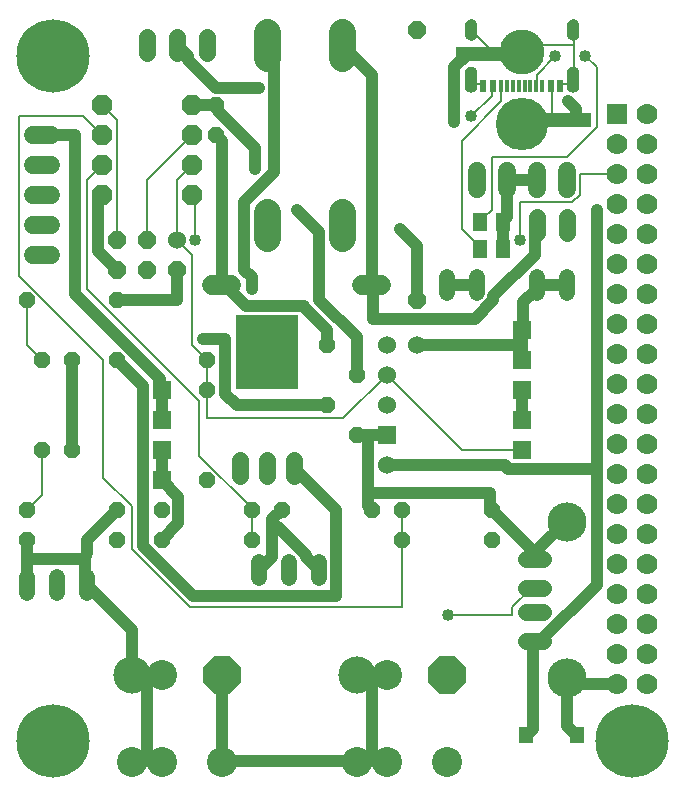
<source format=gtl>
G75*
%MOIN*%
%OFA0B0*%
%FSLAX24Y24*%
%IPPOS*%
%LPD*%
%AMOC8*
5,1,8,0,0,1.08239X$1,22.5*
%
%ADD10OC8,0.1240*%
%ADD11C,0.1240*%
%ADD12OC8,0.0520*%
%ADD13C,0.0520*%
%ADD14OC8,0.0600*%
%ADD15C,0.0560*%
%ADD16C,0.0885*%
%ADD17OC8,0.0680*%
%ADD18C,0.0600*%
%ADD19C,0.0600*%
%ADD20C,0.1000*%
%ADD21C,0.0660*%
%ADD22R,0.0600X0.0600*%
%ADD23R,0.0700X0.0700*%
%ADD24C,0.0700*%
%ADD25C,0.2441*%
%ADD26C,0.0574*%
%ADD27C,0.1306*%
%ADD28C,0.0550*%
%ADD29R,0.2100X0.2450*%
%ADD30R,0.0500X0.0579*%
%ADD31C,0.1750*%
%ADD32C,0.1500*%
%ADD33R,0.0800X0.0500*%
%ADD34R,0.0118X0.0394*%
%ADD35R,0.0236X0.0394*%
%ADD36C,0.0357*%
%ADD37C,0.0004*%
%ADD38R,0.0512X0.0591*%
%ADD39C,0.0400*%
%ADD40C,0.0400*%
%ADD41C,0.0080*%
D10*
X007500Y003691D03*
X015000Y003691D03*
D11*
X012000Y003691D03*
X004500Y003691D03*
D12*
X004000Y008191D03*
X004000Y009191D03*
X005500Y009191D03*
X005500Y008191D03*
X007000Y010191D03*
X008500Y009191D03*
X009500Y009191D03*
X008500Y008191D03*
X012000Y011691D03*
X011000Y012691D03*
X012000Y013691D03*
X011000Y014691D03*
X007000Y014191D03*
X007000Y013191D03*
X004000Y014191D03*
X002500Y014191D03*
X001500Y014191D03*
X001000Y016191D03*
X004000Y016191D03*
X002500Y011191D03*
X001500Y011191D03*
X001000Y009191D03*
X001000Y008191D03*
X012500Y009191D03*
X013500Y009191D03*
X013500Y008191D03*
X016500Y008191D03*
X016500Y009191D03*
X007300Y021691D03*
X007300Y022691D03*
D13*
X015000Y016951D02*
X015000Y016431D01*
X016000Y016431D02*
X016000Y016951D01*
X018000Y016951D02*
X018000Y016431D01*
X019000Y016431D02*
X019000Y016951D01*
X010750Y007451D02*
X010750Y006931D01*
X009750Y006931D02*
X009750Y007451D01*
X008750Y007451D02*
X008750Y006931D01*
X003000Y006951D02*
X003000Y006431D01*
X002000Y006431D02*
X002000Y006951D01*
X001000Y006951D02*
X001000Y006431D01*
D14*
X004000Y017191D03*
X004000Y018191D03*
X005000Y018191D03*
X005000Y017191D03*
X006000Y017191D03*
X014000Y016191D03*
X014000Y025191D03*
D15*
X018000Y018971D02*
X018000Y018411D01*
X019000Y018411D02*
X019000Y018971D01*
X007000Y024411D02*
X007000Y024971D01*
X006000Y024971D02*
X006000Y024411D01*
X005000Y024411D02*
X005000Y024971D01*
D16*
X009000Y025133D02*
X009000Y024248D01*
X011500Y024248D02*
X011500Y025133D01*
X011500Y019133D02*
X011500Y018248D01*
X009000Y018248D02*
X009000Y019133D01*
D17*
X006500Y019691D03*
X006500Y020691D03*
X006500Y021691D03*
X006500Y022691D03*
X003500Y022691D03*
X003500Y021691D03*
X003500Y020691D03*
X003500Y019691D03*
D18*
X001800Y019691D02*
X001200Y019691D01*
X001200Y020691D02*
X001800Y020691D01*
X001800Y021691D02*
X001200Y021691D01*
X001200Y018691D02*
X001800Y018691D01*
X001800Y017691D02*
X001200Y017691D01*
X016000Y019891D02*
X016000Y020491D01*
X017000Y020491D02*
X017000Y019891D01*
X018000Y019891D02*
X018000Y020491D01*
X019000Y020491D02*
X019000Y019891D01*
D19*
X014000Y014691D03*
X013000Y014691D03*
X013000Y013691D03*
X013000Y012691D03*
X013000Y010691D03*
X006000Y018191D03*
D20*
X005500Y003691D03*
X005500Y000791D03*
X004500Y000791D03*
X007500Y000791D03*
X012000Y000791D03*
X013000Y000791D03*
X015000Y000791D03*
X013000Y003691D03*
D21*
X012830Y016691D02*
X012170Y016691D01*
X007830Y016691D02*
X007170Y016691D01*
D22*
X005500Y013191D03*
X005500Y012191D03*
X005500Y011191D03*
X005500Y010191D03*
X013000Y011691D03*
X017500Y012191D03*
X017500Y013191D03*
X017500Y014191D03*
X017500Y015191D03*
X017500Y011191D03*
D23*
X020669Y022395D03*
D24*
X020669Y021395D03*
X020669Y020395D03*
X020669Y019395D03*
X020669Y018395D03*
X020669Y017395D03*
X020669Y016395D03*
X020669Y015395D03*
X020669Y014395D03*
X020669Y013395D03*
X020669Y012395D03*
X020669Y011395D03*
X020669Y010395D03*
X020669Y009395D03*
X020669Y008395D03*
X020669Y007395D03*
X020669Y006395D03*
X020669Y005395D03*
X020669Y004395D03*
X020669Y003395D03*
X021669Y003395D03*
X021669Y004395D03*
X021669Y005395D03*
X021669Y006395D03*
X021669Y007395D03*
X021669Y008395D03*
X021669Y009395D03*
X021669Y010395D03*
X021669Y011395D03*
X021669Y012395D03*
X021669Y013395D03*
X021669Y014395D03*
X021669Y015395D03*
X021669Y016395D03*
X021669Y017395D03*
X021669Y018395D03*
X021669Y019395D03*
X021669Y020395D03*
X021669Y021395D03*
X021669Y022395D03*
D25*
X001878Y001478D03*
X021169Y001478D03*
X001878Y024313D03*
D26*
X017646Y007569D02*
X018220Y007569D01*
X018220Y006584D02*
X017646Y006584D01*
X017646Y005797D02*
X018220Y005797D01*
X018220Y004813D02*
X017646Y004813D01*
D27*
X019000Y003604D03*
X019000Y008777D03*
D28*
X009900Y010316D02*
X009900Y010866D01*
X009000Y010866D02*
X009000Y010316D01*
X008100Y010316D02*
X008100Y010866D01*
D29*
X009000Y014441D03*
D30*
X017654Y001691D03*
X019346Y001691D03*
D31*
X017500Y022070D03*
D32*
X017500Y024472D03*
D33*
X016500Y024391D03*
X015700Y024391D03*
X018600Y022191D03*
X019400Y022191D03*
D34*
X018189Y023324D03*
X017992Y023324D03*
X017795Y023324D03*
X017598Y023324D03*
X017402Y023324D03*
X017205Y023324D03*
X017008Y023324D03*
X016811Y023324D03*
D35*
X016535Y023324D03*
X016230Y023324D03*
X018465Y023324D03*
X018770Y023324D03*
D36*
X019200Y023372D02*
X019200Y023730D01*
X019200Y025018D02*
X019200Y025375D01*
X015800Y025375D02*
X015800Y025018D01*
X015800Y023730D02*
X015800Y023372D01*
D37*
X015603Y023371D02*
X015997Y023371D01*
X015997Y023369D02*
X015603Y023369D01*
X015603Y023366D02*
X015997Y023366D01*
X015997Y023364D02*
X015603Y023364D01*
X015603Y023362D02*
X015997Y023362D01*
X015997Y023359D02*
X015603Y023359D01*
X015603Y023357D02*
X015997Y023357D01*
X015997Y023354D02*
X015603Y023354D01*
X015603Y023352D02*
X015997Y023352D01*
X015997Y023349D02*
X015603Y023349D01*
X015603Y023347D02*
X015997Y023347D01*
X015997Y023344D02*
X015603Y023344D01*
X015603Y023342D02*
X015997Y023342D01*
X015997Y023340D02*
X015603Y023340D01*
X015603Y023337D02*
X015997Y023337D01*
X015997Y023335D02*
X015603Y023335D01*
X015603Y023334D02*
X015608Y023290D01*
X015623Y023249D01*
X015646Y023212D01*
X015677Y023180D01*
X015715Y023157D01*
X015885Y023157D01*
X015844Y023142D01*
X015800Y023137D01*
X015756Y023142D01*
X015715Y023157D01*
X015711Y023159D02*
X015889Y023159D01*
X015885Y023157D02*
X015923Y023180D01*
X015954Y023212D01*
X015977Y023249D01*
X015992Y023290D01*
X015997Y023334D01*
X015997Y023767D01*
X015992Y023811D01*
X015977Y023853D01*
X015954Y023890D01*
X015923Y023921D01*
X015885Y023945D01*
X015844Y023959D01*
X015800Y023964D01*
X015756Y023959D01*
X015715Y023945D01*
X015677Y023921D01*
X015646Y023890D01*
X015623Y023853D01*
X015608Y023811D01*
X015603Y023767D01*
X015603Y023334D01*
X015603Y023332D02*
X015997Y023332D01*
X015996Y023330D02*
X015604Y023330D01*
X015604Y023327D02*
X015996Y023327D01*
X015996Y023325D02*
X015604Y023325D01*
X015604Y023323D02*
X015996Y023323D01*
X015995Y023320D02*
X015605Y023320D01*
X015605Y023318D02*
X015995Y023318D01*
X015995Y023315D02*
X015605Y023315D01*
X015606Y023313D02*
X015994Y023313D01*
X015994Y023310D02*
X015606Y023310D01*
X015606Y023308D02*
X015994Y023308D01*
X015994Y023305D02*
X015606Y023305D01*
X015607Y023303D02*
X015993Y023303D01*
X015993Y023301D02*
X015607Y023301D01*
X015607Y023298D02*
X015993Y023298D01*
X015993Y023296D02*
X015607Y023296D01*
X015608Y023293D02*
X015992Y023293D01*
X015992Y023291D02*
X015608Y023291D01*
X015609Y023288D02*
X015991Y023288D01*
X015990Y023286D02*
X015610Y023286D01*
X015611Y023284D02*
X015989Y023284D01*
X015989Y023281D02*
X015611Y023281D01*
X015612Y023279D02*
X015988Y023279D01*
X015987Y023276D02*
X015613Y023276D01*
X015614Y023274D02*
X015986Y023274D01*
X015985Y023271D02*
X015615Y023271D01*
X015616Y023269D02*
X015984Y023269D01*
X015984Y023266D02*
X015616Y023266D01*
X015617Y023264D02*
X015983Y023264D01*
X015982Y023262D02*
X015618Y023262D01*
X015619Y023259D02*
X015981Y023259D01*
X015980Y023257D02*
X015620Y023257D01*
X015621Y023254D02*
X015979Y023254D01*
X015978Y023252D02*
X015622Y023252D01*
X015622Y023249D02*
X015978Y023249D01*
X015976Y023247D02*
X015624Y023247D01*
X015625Y023245D02*
X015975Y023245D01*
X015973Y023242D02*
X015627Y023242D01*
X015628Y023240D02*
X015972Y023240D01*
X015970Y023237D02*
X015630Y023237D01*
X015631Y023235D02*
X015969Y023235D01*
X015967Y023232D02*
X015633Y023232D01*
X015635Y023230D02*
X015965Y023230D01*
X015964Y023227D02*
X015636Y023227D01*
X015638Y023225D02*
X015962Y023225D01*
X015961Y023223D02*
X015639Y023223D01*
X015641Y023220D02*
X015959Y023220D01*
X015958Y023218D02*
X015642Y023218D01*
X015644Y023215D02*
X015956Y023215D01*
X015955Y023213D02*
X015645Y023213D01*
X015647Y023210D02*
X015953Y023210D01*
X015950Y023208D02*
X015650Y023208D01*
X015652Y023206D02*
X015948Y023206D01*
X015945Y023203D02*
X015655Y023203D01*
X015657Y023201D02*
X015943Y023201D01*
X015941Y023198D02*
X015659Y023198D01*
X015662Y023196D02*
X015938Y023196D01*
X015936Y023193D02*
X015664Y023193D01*
X015667Y023191D02*
X015933Y023191D01*
X015931Y023188D02*
X015669Y023188D01*
X015672Y023186D02*
X015928Y023186D01*
X015926Y023184D02*
X015674Y023184D01*
X015676Y023181D02*
X015924Y023181D01*
X015920Y023179D02*
X015680Y023179D01*
X015684Y023176D02*
X015916Y023176D01*
X015912Y023174D02*
X015688Y023174D01*
X015691Y023171D02*
X015909Y023171D01*
X015905Y023169D02*
X015695Y023169D01*
X015699Y023167D02*
X015901Y023167D01*
X015897Y023164D02*
X015703Y023164D01*
X015707Y023162D02*
X015893Y023162D01*
X015878Y023154D02*
X015722Y023154D01*
X015729Y023152D02*
X015871Y023152D01*
X015864Y023149D02*
X015736Y023149D01*
X015743Y023147D02*
X015857Y023147D01*
X015850Y023145D02*
X015750Y023145D01*
X015758Y023142D02*
X015842Y023142D01*
X015821Y023140D02*
X015779Y023140D01*
X015603Y023374D02*
X015997Y023374D01*
X015997Y023376D02*
X015603Y023376D01*
X015603Y023379D02*
X015997Y023379D01*
X015997Y023381D02*
X015603Y023381D01*
X015603Y023383D02*
X015997Y023383D01*
X015997Y023386D02*
X015603Y023386D01*
X015603Y023388D02*
X015997Y023388D01*
X015997Y023391D02*
X015603Y023391D01*
X015603Y023393D02*
X015997Y023393D01*
X015997Y023396D02*
X015603Y023396D01*
X015603Y023398D02*
X015997Y023398D01*
X015997Y023401D02*
X015603Y023401D01*
X015603Y023403D02*
X015997Y023403D01*
X015997Y023405D02*
X015603Y023405D01*
X015603Y023408D02*
X015997Y023408D01*
X015997Y023410D02*
X015603Y023410D01*
X015603Y023413D02*
X015997Y023413D01*
X015997Y023415D02*
X015603Y023415D01*
X015603Y023418D02*
X015997Y023418D01*
X015997Y023420D02*
X015603Y023420D01*
X015603Y023422D02*
X015997Y023422D01*
X015997Y023425D02*
X015603Y023425D01*
X015603Y023427D02*
X015997Y023427D01*
X015997Y023430D02*
X015603Y023430D01*
X015603Y023432D02*
X015997Y023432D01*
X015997Y023435D02*
X015603Y023435D01*
X015603Y023437D02*
X015997Y023437D01*
X015997Y023440D02*
X015603Y023440D01*
X015603Y023442D02*
X015997Y023442D01*
X015997Y023444D02*
X015603Y023444D01*
X015603Y023447D02*
X015997Y023447D01*
X015997Y023449D02*
X015603Y023449D01*
X015603Y023452D02*
X015997Y023452D01*
X015997Y023454D02*
X015603Y023454D01*
X015603Y023457D02*
X015997Y023457D01*
X015997Y023459D02*
X015603Y023459D01*
X015603Y023461D02*
X015997Y023461D01*
X015997Y023464D02*
X015603Y023464D01*
X015603Y023466D02*
X015997Y023466D01*
X015997Y023469D02*
X015603Y023469D01*
X015603Y023471D02*
X015997Y023471D01*
X015997Y023474D02*
X015603Y023474D01*
X015603Y023476D02*
X015997Y023476D01*
X015997Y023479D02*
X015603Y023479D01*
X015603Y023481D02*
X015997Y023481D01*
X015997Y023483D02*
X015603Y023483D01*
X015603Y023486D02*
X015997Y023486D01*
X015997Y023488D02*
X015603Y023488D01*
X015603Y023491D02*
X015997Y023491D01*
X015997Y023493D02*
X015603Y023493D01*
X015603Y023496D02*
X015997Y023496D01*
X015997Y023498D02*
X015603Y023498D01*
X015603Y023500D02*
X015997Y023500D01*
X015997Y023503D02*
X015603Y023503D01*
X015603Y023505D02*
X015997Y023505D01*
X015997Y023508D02*
X015603Y023508D01*
X015603Y023510D02*
X015997Y023510D01*
X015997Y023513D02*
X015603Y023513D01*
X015603Y023515D02*
X015997Y023515D01*
X015997Y023518D02*
X015603Y023518D01*
X015603Y023520D02*
X015997Y023520D01*
X015997Y023522D02*
X015603Y023522D01*
X015603Y023525D02*
X015997Y023525D01*
X015997Y023527D02*
X015603Y023527D01*
X015603Y023530D02*
X015997Y023530D01*
X015997Y023532D02*
X015603Y023532D01*
X015603Y023535D02*
X015997Y023535D01*
X015997Y023537D02*
X015603Y023537D01*
X015603Y023539D02*
X015997Y023539D01*
X015997Y023542D02*
X015603Y023542D01*
X015603Y023544D02*
X015997Y023544D01*
X015997Y023547D02*
X015603Y023547D01*
X015603Y023549D02*
X015997Y023549D01*
X015997Y023552D02*
X015603Y023552D01*
X015603Y023554D02*
X015997Y023554D01*
X015997Y023557D02*
X015603Y023557D01*
X015603Y023559D02*
X015997Y023559D01*
X015997Y023561D02*
X015603Y023561D01*
X015603Y023564D02*
X015997Y023564D01*
X015997Y023566D02*
X015603Y023566D01*
X015603Y023569D02*
X015997Y023569D01*
X015997Y023571D02*
X015603Y023571D01*
X015603Y023574D02*
X015997Y023574D01*
X015997Y023576D02*
X015603Y023576D01*
X015603Y023578D02*
X015997Y023578D01*
X015997Y023581D02*
X015603Y023581D01*
X015603Y023583D02*
X015997Y023583D01*
X015997Y023586D02*
X015603Y023586D01*
X015603Y023588D02*
X015997Y023588D01*
X015997Y023591D02*
X015603Y023591D01*
X015603Y023593D02*
X015997Y023593D01*
X015997Y023596D02*
X015603Y023596D01*
X015603Y023598D02*
X015997Y023598D01*
X015997Y023600D02*
X015603Y023600D01*
X015603Y023603D02*
X015997Y023603D01*
X015997Y023605D02*
X015603Y023605D01*
X015603Y023608D02*
X015997Y023608D01*
X015997Y023610D02*
X015603Y023610D01*
X015603Y023613D02*
X015997Y023613D01*
X015997Y023615D02*
X015603Y023615D01*
X015603Y023617D02*
X015997Y023617D01*
X015997Y023620D02*
X015603Y023620D01*
X015603Y023622D02*
X015997Y023622D01*
X015997Y023625D02*
X015603Y023625D01*
X015603Y023627D02*
X015997Y023627D01*
X015997Y023630D02*
X015603Y023630D01*
X015603Y023632D02*
X015997Y023632D01*
X015997Y023634D02*
X015603Y023634D01*
X015603Y023637D02*
X015997Y023637D01*
X015997Y023639D02*
X015603Y023639D01*
X015603Y023642D02*
X015997Y023642D01*
X015997Y023644D02*
X015603Y023644D01*
X015603Y023647D02*
X015997Y023647D01*
X015997Y023649D02*
X015603Y023649D01*
X015603Y023652D02*
X015997Y023652D01*
X015997Y023654D02*
X015603Y023654D01*
X015603Y023656D02*
X015997Y023656D01*
X015997Y023659D02*
X015603Y023659D01*
X015603Y023661D02*
X015997Y023661D01*
X015997Y023664D02*
X015603Y023664D01*
X015603Y023666D02*
X015997Y023666D01*
X015997Y023669D02*
X015603Y023669D01*
X015603Y023671D02*
X015997Y023671D01*
X015997Y023673D02*
X015603Y023673D01*
X015603Y023676D02*
X015997Y023676D01*
X015997Y023678D02*
X015603Y023678D01*
X015603Y023681D02*
X015997Y023681D01*
X015997Y023683D02*
X015603Y023683D01*
X015603Y023686D02*
X015997Y023686D01*
X015997Y023688D02*
X015603Y023688D01*
X015603Y023691D02*
X015997Y023691D01*
X015997Y023693D02*
X015603Y023693D01*
X015603Y023695D02*
X015997Y023695D01*
X015997Y023698D02*
X015603Y023698D01*
X015603Y023700D02*
X015997Y023700D01*
X015997Y023703D02*
X015603Y023703D01*
X015603Y023705D02*
X015997Y023705D01*
X015997Y023708D02*
X015603Y023708D01*
X015603Y023710D02*
X015997Y023710D01*
X015997Y023712D02*
X015603Y023712D01*
X015603Y023715D02*
X015997Y023715D01*
X015997Y023717D02*
X015603Y023717D01*
X015603Y023720D02*
X015997Y023720D01*
X015997Y023722D02*
X015603Y023722D01*
X015603Y023725D02*
X015997Y023725D01*
X015997Y023727D02*
X015603Y023727D01*
X015603Y023730D02*
X015997Y023730D01*
X015997Y023732D02*
X015603Y023732D01*
X015603Y023734D02*
X015997Y023734D01*
X015997Y023737D02*
X015603Y023737D01*
X015603Y023739D02*
X015997Y023739D01*
X015997Y023742D02*
X015603Y023742D01*
X015603Y023744D02*
X015997Y023744D01*
X015997Y023747D02*
X015603Y023747D01*
X015603Y023749D02*
X015997Y023749D01*
X015997Y023751D02*
X015603Y023751D01*
X015603Y023754D02*
X015997Y023754D01*
X015997Y023756D02*
X015603Y023756D01*
X015603Y023759D02*
X015997Y023759D01*
X015997Y023761D02*
X015603Y023761D01*
X015603Y023764D02*
X015997Y023764D01*
X015997Y023766D02*
X015603Y023766D01*
X015603Y023769D02*
X015997Y023769D01*
X015996Y023771D02*
X015604Y023771D01*
X015604Y023773D02*
X015996Y023773D01*
X015996Y023776D02*
X015604Y023776D01*
X015604Y023778D02*
X015996Y023778D01*
X015995Y023781D02*
X015605Y023781D01*
X015605Y023783D02*
X015995Y023783D01*
X015995Y023786D02*
X015605Y023786D01*
X015605Y023788D02*
X015995Y023788D01*
X015994Y023790D02*
X015606Y023790D01*
X015606Y023793D02*
X015994Y023793D01*
X015994Y023795D02*
X015606Y023795D01*
X015607Y023798D02*
X015993Y023798D01*
X015993Y023800D02*
X015607Y023800D01*
X015607Y023803D02*
X015993Y023803D01*
X015993Y023805D02*
X015607Y023805D01*
X015608Y023808D02*
X015992Y023808D01*
X015992Y023810D02*
X015608Y023810D01*
X015609Y023812D02*
X015991Y023812D01*
X015991Y023815D02*
X015609Y023815D01*
X015610Y023817D02*
X015990Y023817D01*
X015989Y023820D02*
X015611Y023820D01*
X015612Y023822D02*
X015988Y023822D01*
X015987Y023825D02*
X015613Y023825D01*
X015614Y023827D02*
X015986Y023827D01*
X015985Y023829D02*
X015615Y023829D01*
X015615Y023832D02*
X015985Y023832D01*
X015984Y023834D02*
X015616Y023834D01*
X015617Y023837D02*
X015983Y023837D01*
X015982Y023839D02*
X015618Y023839D01*
X015619Y023842D02*
X015981Y023842D01*
X015980Y023844D02*
X015620Y023844D01*
X015620Y023847D02*
X015980Y023847D01*
X015979Y023849D02*
X015621Y023849D01*
X015622Y023851D02*
X015978Y023851D01*
X015977Y023854D02*
X015623Y023854D01*
X015625Y023856D02*
X015975Y023856D01*
X015974Y023859D02*
X015626Y023859D01*
X015628Y023861D02*
X015972Y023861D01*
X015971Y023864D02*
X015629Y023864D01*
X015631Y023866D02*
X015969Y023866D01*
X015967Y023868D02*
X015633Y023868D01*
X015634Y023871D02*
X015966Y023871D01*
X015964Y023873D02*
X015636Y023873D01*
X015637Y023876D02*
X015963Y023876D01*
X015961Y023878D02*
X015639Y023878D01*
X015640Y023881D02*
X015960Y023881D01*
X015958Y023883D02*
X015642Y023883D01*
X015643Y023886D02*
X015957Y023886D01*
X015955Y023888D02*
X015645Y023888D01*
X015646Y023890D02*
X015954Y023890D01*
X015951Y023893D02*
X015649Y023893D01*
X015651Y023895D02*
X015949Y023895D01*
X015946Y023898D02*
X015654Y023898D01*
X015656Y023900D02*
X015944Y023900D01*
X015941Y023903D02*
X015659Y023903D01*
X015661Y023905D02*
X015939Y023905D01*
X015936Y023907D02*
X015664Y023907D01*
X015666Y023910D02*
X015934Y023910D01*
X015932Y023912D02*
X015668Y023912D01*
X015671Y023915D02*
X015929Y023915D01*
X015927Y023917D02*
X015673Y023917D01*
X015676Y023920D02*
X015924Y023920D01*
X015921Y023922D02*
X015679Y023922D01*
X015683Y023925D02*
X015917Y023925D01*
X015914Y023927D02*
X015686Y023927D01*
X015690Y023929D02*
X015910Y023929D01*
X015906Y023932D02*
X015694Y023932D01*
X015698Y023934D02*
X015902Y023934D01*
X015898Y023937D02*
X015702Y023937D01*
X015706Y023939D02*
X015894Y023939D01*
X015890Y023942D02*
X015710Y023942D01*
X015714Y023944D02*
X015886Y023944D01*
X015880Y023946D02*
X015720Y023946D01*
X015727Y023949D02*
X015873Y023949D01*
X015866Y023951D02*
X015734Y023951D01*
X015741Y023954D02*
X015859Y023954D01*
X015852Y023956D02*
X015748Y023956D01*
X015755Y023959D02*
X015845Y023959D01*
X015827Y023961D02*
X015773Y023961D01*
X015794Y023964D02*
X015806Y023964D01*
X015800Y024881D02*
X015756Y024886D01*
X015715Y024901D01*
X015677Y024924D01*
X015646Y024956D01*
X015623Y024993D01*
X015608Y025035D01*
X015603Y025078D01*
X015603Y025315D01*
X015608Y025358D01*
X015992Y025358D01*
X015997Y025315D01*
X015997Y025078D01*
X015992Y025035D01*
X015977Y024993D01*
X015954Y024956D01*
X015923Y024924D01*
X015885Y024901D01*
X015844Y024886D01*
X015800Y024881D01*
X015792Y024882D02*
X015808Y024882D01*
X015829Y024885D02*
X015771Y024885D01*
X015754Y024887D02*
X015846Y024887D01*
X015853Y024890D02*
X015747Y024890D01*
X015740Y024892D02*
X015860Y024892D01*
X015867Y024895D02*
X015733Y024895D01*
X015726Y024897D02*
X015874Y024897D01*
X015881Y024899D02*
X015719Y024899D01*
X015713Y024902D02*
X015887Y024902D01*
X015891Y024904D02*
X015709Y024904D01*
X015705Y024907D02*
X015895Y024907D01*
X015898Y024909D02*
X015702Y024909D01*
X015698Y024912D02*
X015902Y024912D01*
X015906Y024914D02*
X015694Y024914D01*
X015690Y024916D02*
X015910Y024916D01*
X015914Y024919D02*
X015686Y024919D01*
X015682Y024921D02*
X015918Y024921D01*
X015922Y024924D02*
X015678Y024924D01*
X015675Y024926D02*
X015925Y024926D01*
X015927Y024929D02*
X015673Y024929D01*
X015671Y024931D02*
X015929Y024931D01*
X015932Y024934D02*
X015668Y024934D01*
X015666Y024936D02*
X015934Y024936D01*
X015937Y024938D02*
X015663Y024938D01*
X015661Y024941D02*
X015939Y024941D01*
X015942Y024943D02*
X015658Y024943D01*
X015656Y024946D02*
X015944Y024946D01*
X015946Y024948D02*
X015654Y024948D01*
X015651Y024951D02*
X015949Y024951D01*
X015951Y024953D02*
X015649Y024953D01*
X015646Y024955D02*
X015954Y024955D01*
X015955Y024958D02*
X015645Y024958D01*
X015643Y024960D02*
X015957Y024960D01*
X015958Y024963D02*
X015642Y024963D01*
X015640Y024965D02*
X015960Y024965D01*
X015961Y024968D02*
X015639Y024968D01*
X015637Y024970D02*
X015963Y024970D01*
X015965Y024973D02*
X015635Y024973D01*
X015634Y024975D02*
X015966Y024975D01*
X015968Y024977D02*
X015632Y024977D01*
X015631Y024980D02*
X015969Y024980D01*
X015971Y024982D02*
X015629Y024982D01*
X015628Y024985D02*
X015972Y024985D01*
X015974Y024987D02*
X015626Y024987D01*
X015625Y024990D02*
X015975Y024990D01*
X015977Y024992D02*
X015623Y024992D01*
X015622Y024994D02*
X015978Y024994D01*
X015979Y024997D02*
X015621Y024997D01*
X015620Y024999D02*
X015980Y024999D01*
X015980Y025002D02*
X015620Y025002D01*
X015619Y025004D02*
X015981Y025004D01*
X015982Y025007D02*
X015618Y025007D01*
X015617Y025009D02*
X015983Y025009D01*
X015984Y025012D02*
X015616Y025012D01*
X015615Y025014D02*
X015985Y025014D01*
X015986Y025016D02*
X015614Y025016D01*
X015614Y025019D02*
X015986Y025019D01*
X015987Y025021D02*
X015613Y025021D01*
X015612Y025024D02*
X015988Y025024D01*
X015989Y025026D02*
X015611Y025026D01*
X015610Y025029D02*
X015990Y025029D01*
X015991Y025031D02*
X015609Y025031D01*
X015608Y025033D02*
X015992Y025033D01*
X015992Y025036D02*
X015608Y025036D01*
X015608Y025038D02*
X015992Y025038D01*
X015993Y025041D02*
X015607Y025041D01*
X015607Y025043D02*
X015993Y025043D01*
X015993Y025046D02*
X015607Y025046D01*
X015607Y025048D02*
X015993Y025048D01*
X015994Y025051D02*
X015606Y025051D01*
X015606Y025053D02*
X015994Y025053D01*
X015994Y025055D02*
X015606Y025055D01*
X015605Y025058D02*
X015995Y025058D01*
X015995Y025060D02*
X015605Y025060D01*
X015605Y025063D02*
X015995Y025063D01*
X015995Y025065D02*
X015605Y025065D01*
X015604Y025068D02*
X015996Y025068D01*
X015996Y025070D02*
X015604Y025070D01*
X015604Y025072D02*
X015996Y025072D01*
X015996Y025075D02*
X015604Y025075D01*
X015603Y025077D02*
X015997Y025077D01*
X015997Y025080D02*
X015603Y025080D01*
X015603Y025082D02*
X015997Y025082D01*
X015997Y025085D02*
X015603Y025085D01*
X015603Y025087D02*
X015997Y025087D01*
X015997Y025090D02*
X015603Y025090D01*
X015603Y025092D02*
X015997Y025092D01*
X015997Y025094D02*
X015603Y025094D01*
X015603Y025097D02*
X015997Y025097D01*
X015997Y025099D02*
X015603Y025099D01*
X015603Y025102D02*
X015997Y025102D01*
X015997Y025104D02*
X015603Y025104D01*
X015603Y025107D02*
X015997Y025107D01*
X015997Y025109D02*
X015603Y025109D01*
X015603Y025111D02*
X015997Y025111D01*
X015997Y025114D02*
X015603Y025114D01*
X015603Y025116D02*
X015997Y025116D01*
X015997Y025119D02*
X015603Y025119D01*
X015603Y025121D02*
X015997Y025121D01*
X015997Y025124D02*
X015603Y025124D01*
X015603Y025126D02*
X015997Y025126D01*
X015997Y025129D02*
X015603Y025129D01*
X015603Y025131D02*
X015997Y025131D01*
X015997Y025133D02*
X015603Y025133D01*
X015603Y025136D02*
X015997Y025136D01*
X015997Y025138D02*
X015603Y025138D01*
X015603Y025141D02*
X015997Y025141D01*
X015997Y025143D02*
X015603Y025143D01*
X015603Y025146D02*
X015997Y025146D01*
X015997Y025148D02*
X015603Y025148D01*
X015603Y025150D02*
X015997Y025150D01*
X015997Y025153D02*
X015603Y025153D01*
X015603Y025155D02*
X015997Y025155D01*
X015997Y025158D02*
X015603Y025158D01*
X015603Y025160D02*
X015997Y025160D01*
X015997Y025163D02*
X015603Y025163D01*
X015603Y025165D02*
X015997Y025165D01*
X015997Y025168D02*
X015603Y025168D01*
X015603Y025170D02*
X015997Y025170D01*
X015997Y025172D02*
X015603Y025172D01*
X015603Y025175D02*
X015997Y025175D01*
X015997Y025177D02*
X015603Y025177D01*
X015603Y025180D02*
X015997Y025180D01*
X015997Y025182D02*
X015603Y025182D01*
X015603Y025185D02*
X015997Y025185D01*
X015997Y025187D02*
X015603Y025187D01*
X015603Y025189D02*
X015997Y025189D01*
X015997Y025192D02*
X015603Y025192D01*
X015603Y025194D02*
X015997Y025194D01*
X015997Y025197D02*
X015603Y025197D01*
X015603Y025199D02*
X015997Y025199D01*
X015997Y025202D02*
X015603Y025202D01*
X015603Y025204D02*
X015997Y025204D01*
X015997Y025207D02*
X015603Y025207D01*
X015603Y025209D02*
X015997Y025209D01*
X015997Y025211D02*
X015603Y025211D01*
X015603Y025214D02*
X015997Y025214D01*
X015997Y025216D02*
X015603Y025216D01*
X015603Y025219D02*
X015997Y025219D01*
X015997Y025221D02*
X015603Y025221D01*
X015603Y025224D02*
X015997Y025224D01*
X015997Y025226D02*
X015603Y025226D01*
X015603Y025228D02*
X015997Y025228D01*
X015997Y025231D02*
X015603Y025231D01*
X015603Y025233D02*
X015997Y025233D01*
X015997Y025236D02*
X015603Y025236D01*
X015603Y025238D02*
X015997Y025238D01*
X015997Y025241D02*
X015603Y025241D01*
X015603Y025243D02*
X015997Y025243D01*
X015997Y025246D02*
X015603Y025246D01*
X015603Y025248D02*
X015997Y025248D01*
X015997Y025250D02*
X015603Y025250D01*
X015603Y025253D02*
X015997Y025253D01*
X015997Y025255D02*
X015603Y025255D01*
X015603Y025258D02*
X015997Y025258D01*
X015997Y025260D02*
X015603Y025260D01*
X015603Y025263D02*
X015997Y025263D01*
X015997Y025265D02*
X015603Y025265D01*
X015603Y025267D02*
X015997Y025267D01*
X015997Y025270D02*
X015603Y025270D01*
X015603Y025272D02*
X015997Y025272D01*
X015997Y025275D02*
X015603Y025275D01*
X015603Y025277D02*
X015997Y025277D01*
X015997Y025280D02*
X015603Y025280D01*
X015603Y025282D02*
X015997Y025282D01*
X015997Y025285D02*
X015603Y025285D01*
X015603Y025287D02*
X015997Y025287D01*
X015997Y025289D02*
X015603Y025289D01*
X015603Y025292D02*
X015997Y025292D01*
X015997Y025294D02*
X015603Y025294D01*
X015603Y025297D02*
X015997Y025297D01*
X015997Y025299D02*
X015603Y025299D01*
X015603Y025302D02*
X015997Y025302D01*
X015997Y025304D02*
X015603Y025304D01*
X015603Y025306D02*
X015997Y025306D01*
X015997Y025309D02*
X015603Y025309D01*
X015603Y025311D02*
X015997Y025311D01*
X015997Y025314D02*
X015603Y025314D01*
X015603Y025316D02*
X015997Y025316D01*
X015996Y025319D02*
X015604Y025319D01*
X015604Y025321D02*
X015996Y025321D01*
X015996Y025324D02*
X015604Y025324D01*
X015604Y025326D02*
X015996Y025326D01*
X015995Y025328D02*
X015605Y025328D01*
X015605Y025331D02*
X015995Y025331D01*
X015995Y025333D02*
X015605Y025333D01*
X015606Y025336D02*
X015994Y025336D01*
X015994Y025338D02*
X015606Y025338D01*
X015606Y025341D02*
X015994Y025341D01*
X015994Y025343D02*
X015606Y025343D01*
X015607Y025345D02*
X015993Y025345D01*
X015993Y025348D02*
X015607Y025348D01*
X015607Y025350D02*
X015993Y025350D01*
X015993Y025353D02*
X015607Y025353D01*
X015608Y025355D02*
X015992Y025355D01*
X015992Y025358D02*
X015977Y025400D01*
X015954Y025437D01*
X015923Y025468D01*
X015885Y025492D01*
X015844Y025506D01*
X015756Y025506D01*
X015800Y025511D01*
X015844Y025506D01*
X015851Y025504D02*
X015749Y025504D01*
X015756Y025506D02*
X015715Y025492D01*
X015677Y025468D01*
X015646Y025437D01*
X015623Y025400D01*
X015608Y025358D01*
X015609Y025360D02*
X015991Y025360D01*
X015990Y025363D02*
X015610Y025363D01*
X015610Y025365D02*
X015990Y025365D01*
X015989Y025367D02*
X015611Y025367D01*
X015612Y025370D02*
X015988Y025370D01*
X015987Y025372D02*
X015613Y025372D01*
X015614Y025375D02*
X015986Y025375D01*
X015985Y025377D02*
X015615Y025377D01*
X015616Y025380D02*
X015984Y025380D01*
X015984Y025382D02*
X015616Y025382D01*
X015617Y025384D02*
X015983Y025384D01*
X015982Y025387D02*
X015618Y025387D01*
X015619Y025389D02*
X015981Y025389D01*
X015980Y025392D02*
X015620Y025392D01*
X015621Y025394D02*
X015979Y025394D01*
X015979Y025397D02*
X015621Y025397D01*
X015622Y025399D02*
X015978Y025399D01*
X015976Y025402D02*
X015624Y025402D01*
X015625Y025404D02*
X015975Y025404D01*
X015973Y025406D02*
X015627Y025406D01*
X015628Y025409D02*
X015972Y025409D01*
X015970Y025411D02*
X015630Y025411D01*
X015631Y025414D02*
X015969Y025414D01*
X015967Y025416D02*
X015633Y025416D01*
X015634Y025419D02*
X015966Y025419D01*
X015964Y025421D02*
X015636Y025421D01*
X015637Y025423D02*
X015963Y025423D01*
X015961Y025426D02*
X015639Y025426D01*
X015640Y025428D02*
X015960Y025428D01*
X015958Y025431D02*
X015642Y025431D01*
X015644Y025433D02*
X015956Y025433D01*
X015955Y025436D02*
X015645Y025436D01*
X015647Y025438D02*
X015953Y025438D01*
X015951Y025441D02*
X015649Y025441D01*
X015652Y025443D02*
X015948Y025443D01*
X015946Y025445D02*
X015654Y025445D01*
X015657Y025448D02*
X015943Y025448D01*
X015941Y025450D02*
X015659Y025450D01*
X015661Y025453D02*
X015939Y025453D01*
X015936Y025455D02*
X015664Y025455D01*
X015666Y025458D02*
X015934Y025458D01*
X015931Y025460D02*
X015669Y025460D01*
X015671Y025462D02*
X015929Y025462D01*
X015926Y025465D02*
X015674Y025465D01*
X015676Y025467D02*
X015924Y025467D01*
X015921Y025470D02*
X015679Y025470D01*
X015683Y025472D02*
X015917Y025472D01*
X015913Y025475D02*
X015687Y025475D01*
X015691Y025477D02*
X015909Y025477D01*
X015905Y025479D02*
X015695Y025479D01*
X015699Y025482D02*
X015901Y025482D01*
X015897Y025484D02*
X015703Y025484D01*
X015706Y025487D02*
X015894Y025487D01*
X015890Y025489D02*
X015710Y025489D01*
X015714Y025492D02*
X015886Y025492D01*
X015879Y025494D02*
X015721Y025494D01*
X015728Y025497D02*
X015872Y025497D01*
X015865Y025499D02*
X015735Y025499D01*
X015742Y025501D02*
X015858Y025501D01*
X015824Y025509D02*
X015776Y025509D01*
X015798Y025511D02*
X015802Y025511D01*
X019003Y025315D02*
X019008Y025358D01*
X019392Y025358D01*
X019397Y025315D01*
X019397Y025078D01*
X019392Y025035D01*
X019377Y024993D01*
X019354Y024956D01*
X019323Y024924D01*
X019285Y024901D01*
X019244Y024886D01*
X019200Y024881D01*
X019156Y024886D01*
X019115Y024901D01*
X019077Y024924D01*
X019046Y024956D01*
X019023Y024993D01*
X019008Y025035D01*
X019003Y025078D01*
X019003Y025315D01*
X019003Y025314D02*
X019397Y025314D01*
X019397Y025316D02*
X019003Y025316D01*
X019004Y025319D02*
X019396Y025319D01*
X019396Y025321D02*
X019004Y025321D01*
X019004Y025324D02*
X019396Y025324D01*
X019396Y025326D02*
X019004Y025326D01*
X019005Y025328D02*
X019395Y025328D01*
X019395Y025331D02*
X019005Y025331D01*
X019005Y025333D02*
X019395Y025333D01*
X019394Y025336D02*
X019006Y025336D01*
X019006Y025338D02*
X019394Y025338D01*
X019394Y025341D02*
X019006Y025341D01*
X019006Y025343D02*
X019394Y025343D01*
X019393Y025345D02*
X019007Y025345D01*
X019007Y025348D02*
X019393Y025348D01*
X019393Y025350D02*
X019007Y025350D01*
X019007Y025353D02*
X019393Y025353D01*
X019392Y025355D02*
X019008Y025355D01*
X019008Y025358D02*
X019023Y025400D01*
X019046Y025437D01*
X019077Y025468D01*
X019115Y025492D01*
X019156Y025506D01*
X019244Y025506D01*
X019285Y025492D01*
X019323Y025468D01*
X019354Y025437D01*
X019377Y025400D01*
X019392Y025358D01*
X019391Y025360D02*
X019009Y025360D01*
X019010Y025363D02*
X019390Y025363D01*
X019390Y025365D02*
X019010Y025365D01*
X019011Y025367D02*
X019389Y025367D01*
X019388Y025370D02*
X019012Y025370D01*
X019013Y025372D02*
X019387Y025372D01*
X019386Y025375D02*
X019014Y025375D01*
X019015Y025377D02*
X019385Y025377D01*
X019384Y025380D02*
X019016Y025380D01*
X019016Y025382D02*
X019384Y025382D01*
X019383Y025384D02*
X019017Y025384D01*
X019018Y025387D02*
X019382Y025387D01*
X019381Y025389D02*
X019019Y025389D01*
X019020Y025392D02*
X019380Y025392D01*
X019379Y025394D02*
X019021Y025394D01*
X019021Y025397D02*
X019379Y025397D01*
X019378Y025399D02*
X019022Y025399D01*
X019024Y025402D02*
X019376Y025402D01*
X019375Y025404D02*
X019025Y025404D01*
X019027Y025406D02*
X019373Y025406D01*
X019372Y025409D02*
X019028Y025409D01*
X019030Y025411D02*
X019370Y025411D01*
X019369Y025414D02*
X019031Y025414D01*
X019033Y025416D02*
X019367Y025416D01*
X019366Y025419D02*
X019034Y025419D01*
X019036Y025421D02*
X019364Y025421D01*
X019363Y025423D02*
X019037Y025423D01*
X019039Y025426D02*
X019361Y025426D01*
X019360Y025428D02*
X019040Y025428D01*
X019042Y025431D02*
X019358Y025431D01*
X019356Y025433D02*
X019044Y025433D01*
X019045Y025436D02*
X019355Y025436D01*
X019353Y025438D02*
X019047Y025438D01*
X019049Y025441D02*
X019351Y025441D01*
X019348Y025443D02*
X019052Y025443D01*
X019054Y025445D02*
X019346Y025445D01*
X019343Y025448D02*
X019057Y025448D01*
X019059Y025450D02*
X019341Y025450D01*
X019339Y025453D02*
X019061Y025453D01*
X019064Y025455D02*
X019336Y025455D01*
X019334Y025458D02*
X019066Y025458D01*
X019069Y025460D02*
X019331Y025460D01*
X019329Y025462D02*
X019071Y025462D01*
X019074Y025465D02*
X019326Y025465D01*
X019324Y025467D02*
X019076Y025467D01*
X019079Y025470D02*
X019321Y025470D01*
X019317Y025472D02*
X019083Y025472D01*
X019087Y025475D02*
X019313Y025475D01*
X019309Y025477D02*
X019091Y025477D01*
X019095Y025479D02*
X019305Y025479D01*
X019301Y025482D02*
X019099Y025482D01*
X019103Y025484D02*
X019297Y025484D01*
X019294Y025487D02*
X019106Y025487D01*
X019110Y025489D02*
X019290Y025489D01*
X019286Y025492D02*
X019114Y025492D01*
X019121Y025494D02*
X019279Y025494D01*
X019272Y025497D02*
X019128Y025497D01*
X019135Y025499D02*
X019265Y025499D01*
X019258Y025501D02*
X019142Y025501D01*
X019149Y025504D02*
X019251Y025504D01*
X019244Y025506D02*
X019200Y025511D01*
X019156Y025506D01*
X019176Y025509D02*
X019224Y025509D01*
X019202Y025511D02*
X019198Y025511D01*
X019003Y025311D02*
X019397Y025311D01*
X019397Y025309D02*
X019003Y025309D01*
X019003Y025306D02*
X019397Y025306D01*
X019397Y025304D02*
X019003Y025304D01*
X019003Y025302D02*
X019397Y025302D01*
X019397Y025299D02*
X019003Y025299D01*
X019003Y025297D02*
X019397Y025297D01*
X019397Y025294D02*
X019003Y025294D01*
X019003Y025292D02*
X019397Y025292D01*
X019397Y025289D02*
X019003Y025289D01*
X019003Y025287D02*
X019397Y025287D01*
X019397Y025285D02*
X019003Y025285D01*
X019003Y025282D02*
X019397Y025282D01*
X019397Y025280D02*
X019003Y025280D01*
X019003Y025277D02*
X019397Y025277D01*
X019397Y025275D02*
X019003Y025275D01*
X019003Y025272D02*
X019397Y025272D01*
X019397Y025270D02*
X019003Y025270D01*
X019003Y025267D02*
X019397Y025267D01*
X019397Y025265D02*
X019003Y025265D01*
X019003Y025263D02*
X019397Y025263D01*
X019397Y025260D02*
X019003Y025260D01*
X019003Y025258D02*
X019397Y025258D01*
X019397Y025255D02*
X019003Y025255D01*
X019003Y025253D02*
X019397Y025253D01*
X019397Y025250D02*
X019003Y025250D01*
X019003Y025248D02*
X019397Y025248D01*
X019397Y025246D02*
X019003Y025246D01*
X019003Y025243D02*
X019397Y025243D01*
X019397Y025241D02*
X019003Y025241D01*
X019003Y025238D02*
X019397Y025238D01*
X019397Y025236D02*
X019003Y025236D01*
X019003Y025233D02*
X019397Y025233D01*
X019397Y025231D02*
X019003Y025231D01*
X019003Y025228D02*
X019397Y025228D01*
X019397Y025226D02*
X019003Y025226D01*
X019003Y025224D02*
X019397Y025224D01*
X019397Y025221D02*
X019003Y025221D01*
X019003Y025219D02*
X019397Y025219D01*
X019397Y025216D02*
X019003Y025216D01*
X019003Y025214D02*
X019397Y025214D01*
X019397Y025211D02*
X019003Y025211D01*
X019003Y025209D02*
X019397Y025209D01*
X019397Y025207D02*
X019003Y025207D01*
X019003Y025204D02*
X019397Y025204D01*
X019397Y025202D02*
X019003Y025202D01*
X019003Y025199D02*
X019397Y025199D01*
X019397Y025197D02*
X019003Y025197D01*
X019003Y025194D02*
X019397Y025194D01*
X019397Y025192D02*
X019003Y025192D01*
X019003Y025189D02*
X019397Y025189D01*
X019397Y025187D02*
X019003Y025187D01*
X019003Y025185D02*
X019397Y025185D01*
X019397Y025182D02*
X019003Y025182D01*
X019003Y025180D02*
X019397Y025180D01*
X019397Y025177D02*
X019003Y025177D01*
X019003Y025175D02*
X019397Y025175D01*
X019397Y025172D02*
X019003Y025172D01*
X019003Y025170D02*
X019397Y025170D01*
X019397Y025168D02*
X019003Y025168D01*
X019003Y025165D02*
X019397Y025165D01*
X019397Y025163D02*
X019003Y025163D01*
X019003Y025160D02*
X019397Y025160D01*
X019397Y025158D02*
X019003Y025158D01*
X019003Y025155D02*
X019397Y025155D01*
X019397Y025153D02*
X019003Y025153D01*
X019003Y025150D02*
X019397Y025150D01*
X019397Y025148D02*
X019003Y025148D01*
X019003Y025146D02*
X019397Y025146D01*
X019397Y025143D02*
X019003Y025143D01*
X019003Y025141D02*
X019397Y025141D01*
X019397Y025138D02*
X019003Y025138D01*
X019003Y025136D02*
X019397Y025136D01*
X019397Y025133D02*
X019003Y025133D01*
X019003Y025131D02*
X019397Y025131D01*
X019397Y025129D02*
X019003Y025129D01*
X019003Y025126D02*
X019397Y025126D01*
X019397Y025124D02*
X019003Y025124D01*
X019003Y025121D02*
X019397Y025121D01*
X019397Y025119D02*
X019003Y025119D01*
X019003Y025116D02*
X019397Y025116D01*
X019397Y025114D02*
X019003Y025114D01*
X019003Y025111D02*
X019397Y025111D01*
X019397Y025109D02*
X019003Y025109D01*
X019003Y025107D02*
X019397Y025107D01*
X019397Y025104D02*
X019003Y025104D01*
X019003Y025102D02*
X019397Y025102D01*
X019397Y025099D02*
X019003Y025099D01*
X019003Y025097D02*
X019397Y025097D01*
X019397Y025094D02*
X019003Y025094D01*
X019003Y025092D02*
X019397Y025092D01*
X019397Y025090D02*
X019003Y025090D01*
X019003Y025087D02*
X019397Y025087D01*
X019397Y025085D02*
X019003Y025085D01*
X019003Y025082D02*
X019397Y025082D01*
X019397Y025080D02*
X019003Y025080D01*
X019003Y025077D02*
X019397Y025077D01*
X019396Y025075D02*
X019004Y025075D01*
X019004Y025072D02*
X019396Y025072D01*
X019396Y025070D02*
X019004Y025070D01*
X019004Y025068D02*
X019396Y025068D01*
X019395Y025065D02*
X019005Y025065D01*
X019005Y025063D02*
X019395Y025063D01*
X019395Y025060D02*
X019005Y025060D01*
X019005Y025058D02*
X019395Y025058D01*
X019394Y025055D02*
X019006Y025055D01*
X019006Y025053D02*
X019394Y025053D01*
X019394Y025051D02*
X019006Y025051D01*
X019007Y025048D02*
X019393Y025048D01*
X019393Y025046D02*
X019007Y025046D01*
X019007Y025043D02*
X019393Y025043D01*
X019393Y025041D02*
X019007Y025041D01*
X019008Y025038D02*
X019392Y025038D01*
X019392Y025036D02*
X019008Y025036D01*
X019008Y025033D02*
X019392Y025033D01*
X019391Y025031D02*
X019009Y025031D01*
X019010Y025029D02*
X019390Y025029D01*
X019389Y025026D02*
X019011Y025026D01*
X019012Y025024D02*
X019388Y025024D01*
X019387Y025021D02*
X019013Y025021D01*
X019014Y025019D02*
X019386Y025019D01*
X019386Y025016D02*
X019014Y025016D01*
X019015Y025014D02*
X019385Y025014D01*
X019384Y025012D02*
X019016Y025012D01*
X019017Y025009D02*
X019383Y025009D01*
X019382Y025007D02*
X019018Y025007D01*
X019019Y025004D02*
X019381Y025004D01*
X019380Y025002D02*
X019020Y025002D01*
X019020Y024999D02*
X019380Y024999D01*
X019379Y024997D02*
X019021Y024997D01*
X019022Y024994D02*
X019378Y024994D01*
X019377Y024992D02*
X019023Y024992D01*
X019025Y024990D02*
X019375Y024990D01*
X019374Y024987D02*
X019026Y024987D01*
X019028Y024985D02*
X019372Y024985D01*
X019371Y024982D02*
X019029Y024982D01*
X019031Y024980D02*
X019369Y024980D01*
X019368Y024977D02*
X019032Y024977D01*
X019034Y024975D02*
X019366Y024975D01*
X019365Y024973D02*
X019035Y024973D01*
X019037Y024970D02*
X019363Y024970D01*
X019361Y024968D02*
X019039Y024968D01*
X019040Y024965D02*
X019360Y024965D01*
X019358Y024963D02*
X019042Y024963D01*
X019043Y024960D02*
X019357Y024960D01*
X019355Y024958D02*
X019045Y024958D01*
X019046Y024955D02*
X019354Y024955D01*
X019351Y024953D02*
X019049Y024953D01*
X019051Y024951D02*
X019349Y024951D01*
X019346Y024948D02*
X019054Y024948D01*
X019056Y024946D02*
X019344Y024946D01*
X019342Y024943D02*
X019058Y024943D01*
X019061Y024941D02*
X019339Y024941D01*
X019337Y024938D02*
X019063Y024938D01*
X019066Y024936D02*
X019334Y024936D01*
X019332Y024934D02*
X019068Y024934D01*
X019071Y024931D02*
X019329Y024931D01*
X019327Y024929D02*
X019073Y024929D01*
X019075Y024926D02*
X019325Y024926D01*
X019322Y024924D02*
X019078Y024924D01*
X019082Y024921D02*
X019318Y024921D01*
X019314Y024919D02*
X019086Y024919D01*
X019090Y024916D02*
X019310Y024916D01*
X019306Y024914D02*
X019094Y024914D01*
X019098Y024912D02*
X019302Y024912D01*
X019298Y024909D02*
X019102Y024909D01*
X019105Y024907D02*
X019295Y024907D01*
X019291Y024904D02*
X019109Y024904D01*
X019113Y024902D02*
X019287Y024902D01*
X019281Y024899D02*
X019119Y024899D01*
X019126Y024897D02*
X019274Y024897D01*
X019267Y024895D02*
X019133Y024895D01*
X019140Y024892D02*
X019260Y024892D01*
X019253Y024890D02*
X019147Y024890D01*
X019154Y024887D02*
X019246Y024887D01*
X019229Y024885D02*
X019171Y024885D01*
X019192Y024882D02*
X019208Y024882D01*
X019200Y023964D02*
X019244Y023959D01*
X019285Y023945D01*
X019323Y023921D01*
X019354Y023890D01*
X019377Y023853D01*
X019392Y023811D01*
X019397Y023767D01*
X019397Y023334D01*
X019392Y023290D01*
X019377Y023249D01*
X019354Y023212D01*
X019323Y023180D01*
X019285Y023157D01*
X019115Y023157D01*
X019077Y023180D01*
X019046Y023212D01*
X019023Y023249D01*
X019008Y023290D01*
X019003Y023334D01*
X019003Y023767D01*
X019008Y023811D01*
X019023Y023853D01*
X019046Y023890D01*
X019077Y023921D01*
X019115Y023945D01*
X019156Y023959D01*
X019200Y023964D01*
X019194Y023964D02*
X019206Y023964D01*
X019227Y023961D02*
X019173Y023961D01*
X019155Y023959D02*
X019245Y023959D01*
X019252Y023956D02*
X019148Y023956D01*
X019141Y023954D02*
X019259Y023954D01*
X019266Y023951D02*
X019134Y023951D01*
X019127Y023949D02*
X019273Y023949D01*
X019280Y023946D02*
X019120Y023946D01*
X019114Y023944D02*
X019286Y023944D01*
X019290Y023942D02*
X019110Y023942D01*
X019106Y023939D02*
X019294Y023939D01*
X019298Y023937D02*
X019102Y023937D01*
X019098Y023934D02*
X019302Y023934D01*
X019306Y023932D02*
X019094Y023932D01*
X019090Y023929D02*
X019310Y023929D01*
X019314Y023927D02*
X019086Y023927D01*
X019083Y023925D02*
X019317Y023925D01*
X019321Y023922D02*
X019079Y023922D01*
X019076Y023920D02*
X019324Y023920D01*
X019327Y023917D02*
X019073Y023917D01*
X019071Y023915D02*
X019329Y023915D01*
X019332Y023912D02*
X019068Y023912D01*
X019066Y023910D02*
X019334Y023910D01*
X019336Y023907D02*
X019064Y023907D01*
X019061Y023905D02*
X019339Y023905D01*
X019341Y023903D02*
X019059Y023903D01*
X019056Y023900D02*
X019344Y023900D01*
X019346Y023898D02*
X019054Y023898D01*
X019051Y023895D02*
X019349Y023895D01*
X019351Y023893D02*
X019049Y023893D01*
X019046Y023890D02*
X019354Y023890D01*
X019355Y023888D02*
X019045Y023888D01*
X019043Y023886D02*
X019357Y023886D01*
X019358Y023883D02*
X019042Y023883D01*
X019040Y023881D02*
X019360Y023881D01*
X019361Y023878D02*
X019039Y023878D01*
X019037Y023876D02*
X019363Y023876D01*
X019364Y023873D02*
X019036Y023873D01*
X019034Y023871D02*
X019366Y023871D01*
X019367Y023868D02*
X019033Y023868D01*
X019031Y023866D02*
X019369Y023866D01*
X019371Y023864D02*
X019029Y023864D01*
X019028Y023861D02*
X019372Y023861D01*
X019374Y023859D02*
X019026Y023859D01*
X019025Y023856D02*
X019375Y023856D01*
X019377Y023854D02*
X019023Y023854D01*
X019022Y023851D02*
X019378Y023851D01*
X019379Y023849D02*
X019021Y023849D01*
X019020Y023847D02*
X019380Y023847D01*
X019380Y023844D02*
X019020Y023844D01*
X019019Y023842D02*
X019381Y023842D01*
X019382Y023839D02*
X019018Y023839D01*
X019017Y023837D02*
X019383Y023837D01*
X019384Y023834D02*
X019016Y023834D01*
X019015Y023832D02*
X019385Y023832D01*
X019385Y023829D02*
X019015Y023829D01*
X019014Y023827D02*
X019386Y023827D01*
X019387Y023825D02*
X019013Y023825D01*
X019012Y023822D02*
X019388Y023822D01*
X019389Y023820D02*
X019011Y023820D01*
X019010Y023817D02*
X019390Y023817D01*
X019391Y023815D02*
X019009Y023815D01*
X019009Y023812D02*
X019391Y023812D01*
X019392Y023810D02*
X019008Y023810D01*
X019008Y023808D02*
X019392Y023808D01*
X019393Y023805D02*
X019007Y023805D01*
X019007Y023803D02*
X019393Y023803D01*
X019393Y023800D02*
X019007Y023800D01*
X019007Y023798D02*
X019393Y023798D01*
X019394Y023795D02*
X019006Y023795D01*
X019006Y023793D02*
X019394Y023793D01*
X019394Y023790D02*
X019006Y023790D01*
X019005Y023788D02*
X019395Y023788D01*
X019395Y023786D02*
X019005Y023786D01*
X019005Y023783D02*
X019395Y023783D01*
X019395Y023781D02*
X019005Y023781D01*
X019004Y023778D02*
X019396Y023778D01*
X019396Y023776D02*
X019004Y023776D01*
X019004Y023773D02*
X019396Y023773D01*
X019396Y023771D02*
X019004Y023771D01*
X019003Y023769D02*
X019397Y023769D01*
X019397Y023766D02*
X019003Y023766D01*
X019003Y023764D02*
X019397Y023764D01*
X019397Y023761D02*
X019003Y023761D01*
X019003Y023759D02*
X019397Y023759D01*
X019397Y023756D02*
X019003Y023756D01*
X019003Y023754D02*
X019397Y023754D01*
X019397Y023751D02*
X019003Y023751D01*
X019003Y023749D02*
X019397Y023749D01*
X019397Y023747D02*
X019003Y023747D01*
X019003Y023744D02*
X019397Y023744D01*
X019397Y023742D02*
X019003Y023742D01*
X019003Y023739D02*
X019397Y023739D01*
X019397Y023737D02*
X019003Y023737D01*
X019003Y023734D02*
X019397Y023734D01*
X019397Y023732D02*
X019003Y023732D01*
X019003Y023730D02*
X019397Y023730D01*
X019397Y023727D02*
X019003Y023727D01*
X019003Y023725D02*
X019397Y023725D01*
X019397Y023722D02*
X019003Y023722D01*
X019003Y023720D02*
X019397Y023720D01*
X019397Y023717D02*
X019003Y023717D01*
X019003Y023715D02*
X019397Y023715D01*
X019397Y023712D02*
X019003Y023712D01*
X019003Y023710D02*
X019397Y023710D01*
X019397Y023708D02*
X019003Y023708D01*
X019003Y023705D02*
X019397Y023705D01*
X019397Y023703D02*
X019003Y023703D01*
X019003Y023700D02*
X019397Y023700D01*
X019397Y023698D02*
X019003Y023698D01*
X019003Y023695D02*
X019397Y023695D01*
X019397Y023693D02*
X019003Y023693D01*
X019003Y023691D02*
X019397Y023691D01*
X019397Y023688D02*
X019003Y023688D01*
X019003Y023686D02*
X019397Y023686D01*
X019397Y023683D02*
X019003Y023683D01*
X019003Y023681D02*
X019397Y023681D01*
X019397Y023678D02*
X019003Y023678D01*
X019003Y023676D02*
X019397Y023676D01*
X019397Y023673D02*
X019003Y023673D01*
X019003Y023671D02*
X019397Y023671D01*
X019397Y023669D02*
X019003Y023669D01*
X019003Y023666D02*
X019397Y023666D01*
X019397Y023664D02*
X019003Y023664D01*
X019003Y023661D02*
X019397Y023661D01*
X019397Y023659D02*
X019003Y023659D01*
X019003Y023656D02*
X019397Y023656D01*
X019397Y023654D02*
X019003Y023654D01*
X019003Y023652D02*
X019397Y023652D01*
X019397Y023649D02*
X019003Y023649D01*
X019003Y023647D02*
X019397Y023647D01*
X019397Y023644D02*
X019003Y023644D01*
X019003Y023642D02*
X019397Y023642D01*
X019397Y023639D02*
X019003Y023639D01*
X019003Y023637D02*
X019397Y023637D01*
X019397Y023634D02*
X019003Y023634D01*
X019003Y023632D02*
X019397Y023632D01*
X019397Y023630D02*
X019003Y023630D01*
X019003Y023627D02*
X019397Y023627D01*
X019397Y023625D02*
X019003Y023625D01*
X019003Y023622D02*
X019397Y023622D01*
X019397Y023620D02*
X019003Y023620D01*
X019003Y023617D02*
X019397Y023617D01*
X019397Y023615D02*
X019003Y023615D01*
X019003Y023613D02*
X019397Y023613D01*
X019397Y023610D02*
X019003Y023610D01*
X019003Y023608D02*
X019397Y023608D01*
X019397Y023605D02*
X019003Y023605D01*
X019003Y023603D02*
X019397Y023603D01*
X019397Y023600D02*
X019003Y023600D01*
X019003Y023598D02*
X019397Y023598D01*
X019397Y023596D02*
X019003Y023596D01*
X019003Y023593D02*
X019397Y023593D01*
X019397Y023591D02*
X019003Y023591D01*
X019003Y023588D02*
X019397Y023588D01*
X019397Y023586D02*
X019003Y023586D01*
X019003Y023583D02*
X019397Y023583D01*
X019397Y023581D02*
X019003Y023581D01*
X019003Y023578D02*
X019397Y023578D01*
X019397Y023576D02*
X019003Y023576D01*
X019003Y023574D02*
X019397Y023574D01*
X019397Y023571D02*
X019003Y023571D01*
X019003Y023569D02*
X019397Y023569D01*
X019397Y023566D02*
X019003Y023566D01*
X019003Y023564D02*
X019397Y023564D01*
X019397Y023561D02*
X019003Y023561D01*
X019003Y023559D02*
X019397Y023559D01*
X019397Y023557D02*
X019003Y023557D01*
X019003Y023554D02*
X019397Y023554D01*
X019397Y023552D02*
X019003Y023552D01*
X019003Y023549D02*
X019397Y023549D01*
X019397Y023547D02*
X019003Y023547D01*
X019003Y023544D02*
X019397Y023544D01*
X019397Y023542D02*
X019003Y023542D01*
X019003Y023539D02*
X019397Y023539D01*
X019397Y023537D02*
X019003Y023537D01*
X019003Y023535D02*
X019397Y023535D01*
X019397Y023532D02*
X019003Y023532D01*
X019003Y023530D02*
X019397Y023530D01*
X019397Y023527D02*
X019003Y023527D01*
X019003Y023525D02*
X019397Y023525D01*
X019397Y023522D02*
X019003Y023522D01*
X019003Y023520D02*
X019397Y023520D01*
X019397Y023518D02*
X019003Y023518D01*
X019003Y023515D02*
X019397Y023515D01*
X019397Y023513D02*
X019003Y023513D01*
X019003Y023510D02*
X019397Y023510D01*
X019397Y023508D02*
X019003Y023508D01*
X019003Y023505D02*
X019397Y023505D01*
X019397Y023503D02*
X019003Y023503D01*
X019003Y023500D02*
X019397Y023500D01*
X019397Y023498D02*
X019003Y023498D01*
X019003Y023496D02*
X019397Y023496D01*
X019397Y023493D02*
X019003Y023493D01*
X019003Y023491D02*
X019397Y023491D01*
X019397Y023488D02*
X019003Y023488D01*
X019003Y023486D02*
X019397Y023486D01*
X019397Y023483D02*
X019003Y023483D01*
X019003Y023481D02*
X019397Y023481D01*
X019397Y023479D02*
X019003Y023479D01*
X019003Y023476D02*
X019397Y023476D01*
X019397Y023474D02*
X019003Y023474D01*
X019003Y023471D02*
X019397Y023471D01*
X019397Y023469D02*
X019003Y023469D01*
X019003Y023466D02*
X019397Y023466D01*
X019397Y023464D02*
X019003Y023464D01*
X019003Y023461D02*
X019397Y023461D01*
X019397Y023459D02*
X019003Y023459D01*
X019003Y023457D02*
X019397Y023457D01*
X019397Y023454D02*
X019003Y023454D01*
X019003Y023452D02*
X019397Y023452D01*
X019397Y023449D02*
X019003Y023449D01*
X019003Y023447D02*
X019397Y023447D01*
X019397Y023444D02*
X019003Y023444D01*
X019003Y023442D02*
X019397Y023442D01*
X019397Y023440D02*
X019003Y023440D01*
X019003Y023437D02*
X019397Y023437D01*
X019397Y023435D02*
X019003Y023435D01*
X019003Y023432D02*
X019397Y023432D01*
X019397Y023430D02*
X019003Y023430D01*
X019003Y023427D02*
X019397Y023427D01*
X019397Y023425D02*
X019003Y023425D01*
X019003Y023422D02*
X019397Y023422D01*
X019397Y023420D02*
X019003Y023420D01*
X019003Y023418D02*
X019397Y023418D01*
X019397Y023415D02*
X019003Y023415D01*
X019003Y023413D02*
X019397Y023413D01*
X019397Y023410D02*
X019003Y023410D01*
X019003Y023408D02*
X019397Y023408D01*
X019397Y023405D02*
X019003Y023405D01*
X019003Y023403D02*
X019397Y023403D01*
X019397Y023401D02*
X019003Y023401D01*
X019003Y023398D02*
X019397Y023398D01*
X019397Y023396D02*
X019003Y023396D01*
X019003Y023393D02*
X019397Y023393D01*
X019397Y023391D02*
X019003Y023391D01*
X019003Y023388D02*
X019397Y023388D01*
X019397Y023386D02*
X019003Y023386D01*
X019003Y023383D02*
X019397Y023383D01*
X019397Y023381D02*
X019003Y023381D01*
X019003Y023379D02*
X019397Y023379D01*
X019397Y023376D02*
X019003Y023376D01*
X019003Y023374D02*
X019397Y023374D01*
X019397Y023371D02*
X019003Y023371D01*
X019003Y023369D02*
X019397Y023369D01*
X019397Y023366D02*
X019003Y023366D01*
X019003Y023364D02*
X019397Y023364D01*
X019397Y023362D02*
X019003Y023362D01*
X019003Y023359D02*
X019397Y023359D01*
X019397Y023357D02*
X019003Y023357D01*
X019003Y023354D02*
X019397Y023354D01*
X019397Y023352D02*
X019003Y023352D01*
X019003Y023349D02*
X019397Y023349D01*
X019397Y023347D02*
X019003Y023347D01*
X019003Y023344D02*
X019397Y023344D01*
X019397Y023342D02*
X019003Y023342D01*
X019003Y023340D02*
X019397Y023340D01*
X019397Y023337D02*
X019003Y023337D01*
X019003Y023335D02*
X019397Y023335D01*
X019397Y023332D02*
X019003Y023332D01*
X019004Y023330D02*
X019396Y023330D01*
X019396Y023327D02*
X019004Y023327D01*
X019004Y023325D02*
X019396Y023325D01*
X019396Y023323D02*
X019004Y023323D01*
X019005Y023320D02*
X019395Y023320D01*
X019395Y023318D02*
X019005Y023318D01*
X019005Y023315D02*
X019395Y023315D01*
X019394Y023313D02*
X019006Y023313D01*
X019006Y023310D02*
X019394Y023310D01*
X019394Y023308D02*
X019006Y023308D01*
X019006Y023305D02*
X019394Y023305D01*
X019393Y023303D02*
X019007Y023303D01*
X019007Y023301D02*
X019393Y023301D01*
X019393Y023298D02*
X019007Y023298D01*
X019007Y023296D02*
X019393Y023296D01*
X019392Y023293D02*
X019008Y023293D01*
X019008Y023291D02*
X019392Y023291D01*
X019391Y023288D02*
X019009Y023288D01*
X019010Y023286D02*
X019390Y023286D01*
X019389Y023284D02*
X019011Y023284D01*
X019011Y023281D02*
X019389Y023281D01*
X019388Y023279D02*
X019012Y023279D01*
X019013Y023276D02*
X019387Y023276D01*
X019386Y023274D02*
X019014Y023274D01*
X019015Y023271D02*
X019385Y023271D01*
X019384Y023269D02*
X019016Y023269D01*
X019016Y023266D02*
X019384Y023266D01*
X019383Y023264D02*
X019017Y023264D01*
X019018Y023262D02*
X019382Y023262D01*
X019381Y023259D02*
X019019Y023259D01*
X019020Y023257D02*
X019380Y023257D01*
X019379Y023254D02*
X019021Y023254D01*
X019022Y023252D02*
X019378Y023252D01*
X019378Y023249D02*
X019022Y023249D01*
X019024Y023247D02*
X019376Y023247D01*
X019375Y023245D02*
X019025Y023245D01*
X019027Y023242D02*
X019373Y023242D01*
X019372Y023240D02*
X019028Y023240D01*
X019030Y023237D02*
X019370Y023237D01*
X019369Y023235D02*
X019031Y023235D01*
X019033Y023232D02*
X019367Y023232D01*
X019365Y023230D02*
X019035Y023230D01*
X019036Y023227D02*
X019364Y023227D01*
X019362Y023225D02*
X019038Y023225D01*
X019039Y023223D02*
X019361Y023223D01*
X019359Y023220D02*
X019041Y023220D01*
X019042Y023218D02*
X019358Y023218D01*
X019356Y023215D02*
X019044Y023215D01*
X019045Y023213D02*
X019355Y023213D01*
X019353Y023210D02*
X019047Y023210D01*
X019050Y023208D02*
X019350Y023208D01*
X019348Y023206D02*
X019052Y023206D01*
X019055Y023203D02*
X019345Y023203D01*
X019343Y023201D02*
X019057Y023201D01*
X019059Y023198D02*
X019341Y023198D01*
X019338Y023196D02*
X019062Y023196D01*
X019064Y023193D02*
X019336Y023193D01*
X019333Y023191D02*
X019067Y023191D01*
X019069Y023188D02*
X019331Y023188D01*
X019328Y023186D02*
X019072Y023186D01*
X019074Y023184D02*
X019326Y023184D01*
X019324Y023181D02*
X019076Y023181D01*
X019080Y023179D02*
X019320Y023179D01*
X019316Y023176D02*
X019084Y023176D01*
X019088Y023174D02*
X019312Y023174D01*
X019309Y023171D02*
X019091Y023171D01*
X019095Y023169D02*
X019305Y023169D01*
X019301Y023167D02*
X019099Y023167D01*
X019103Y023164D02*
X019297Y023164D01*
X019293Y023162D02*
X019107Y023162D01*
X019111Y023159D02*
X019289Y023159D01*
X019285Y023157D02*
X019244Y023142D01*
X019200Y023137D01*
X019156Y023142D01*
X019115Y023157D01*
X019122Y023154D02*
X019278Y023154D01*
X019271Y023152D02*
X019129Y023152D01*
X019136Y023149D02*
X019264Y023149D01*
X019257Y023147D02*
X019143Y023147D01*
X019150Y023145D02*
X019250Y023145D01*
X019242Y023142D02*
X019158Y023142D01*
X019179Y023140D02*
X019221Y023140D01*
D38*
X016874Y018791D03*
X016126Y018791D03*
X016126Y017891D03*
X016874Y017891D03*
D39*
X016875Y017941D01*
X016875Y018753D01*
X016874Y018791D01*
X017000Y018941D01*
X017000Y020191D01*
X018000Y020191D01*
X018000Y018691D02*
X017938Y018628D01*
X017938Y017691D01*
X016563Y016316D01*
X016563Y016191D01*
X015938Y015566D01*
X012563Y015566D01*
X012563Y016503D01*
X012500Y016691D01*
X012500Y023691D01*
X011500Y024691D01*
X009250Y024441D02*
X009250Y020441D01*
X008250Y019441D01*
X008250Y017191D01*
X008500Y016941D01*
X008500Y016566D01*
X008313Y016003D02*
X010250Y016003D01*
X010250Y015941D01*
X011000Y015191D01*
X011000Y014691D01*
X012000Y014941D02*
X012000Y013691D01*
X011000Y012691D02*
X008000Y012691D01*
X007625Y013066D01*
X007625Y014878D01*
X006875Y014878D01*
X006000Y016191D02*
X006000Y017191D01*
X006000Y016191D02*
X004000Y016191D01*
X004000Y017191D02*
X003375Y017816D01*
X003375Y019566D01*
X003500Y019691D01*
X002625Y021691D02*
X002625Y016378D01*
X005438Y013566D01*
X005438Y013378D01*
X005500Y013191D01*
X005500Y012191D01*
X005500Y011191D02*
X005500Y010191D01*
X006063Y009628D01*
X006063Y008753D01*
X005500Y008191D01*
X004875Y008003D02*
X006563Y006316D01*
X011313Y006316D01*
X011313Y009191D01*
X009938Y010566D01*
X009900Y010591D01*
X009500Y009191D02*
X009188Y008878D01*
X009188Y008628D01*
X009375Y008628D01*
X010313Y007691D01*
X010313Y007628D01*
X010750Y007191D01*
X009188Y007628D02*
X009188Y008628D01*
X009188Y007628D02*
X008750Y007191D01*
X007500Y003691D02*
X007500Y000791D01*
X007688Y000816D01*
X011813Y000816D01*
X012000Y000791D01*
X012000Y000816D01*
X012500Y000816D01*
X012500Y003503D01*
X012000Y003691D01*
X013000Y003691D01*
X013000Y000816D02*
X012500Y000816D01*
X013000Y000816D02*
X013000Y000791D01*
X017654Y001691D02*
X017688Y001691D01*
X017875Y001878D01*
X017875Y004753D01*
X017933Y004813D01*
X018125Y004816D01*
X020000Y006691D01*
X020000Y010566D01*
X017063Y010566D01*
X016938Y010691D01*
X013000Y010691D01*
X012375Y009753D02*
X016438Y009753D01*
X016438Y009378D01*
X016500Y009191D01*
X017875Y007816D01*
X018063Y007878D01*
X019000Y008816D01*
X019000Y008777D01*
X017875Y007816D02*
X017875Y007628D01*
X017933Y007569D01*
X020000Y010566D02*
X020000Y019191D01*
X019000Y016691D02*
X018000Y016691D01*
X017938Y016503D01*
X017563Y016128D01*
X017563Y015378D01*
X017500Y015191D01*
X017500Y014691D01*
X014000Y014691D01*
X014000Y016191D02*
X014000Y018003D01*
X013438Y018566D01*
X015000Y016691D02*
X016000Y016691D01*
X017500Y014691D02*
X017500Y014191D01*
X017500Y013191D02*
X017500Y012191D01*
X013000Y011691D02*
X012375Y011691D01*
X012375Y009753D01*
X012375Y009316D01*
X012500Y009191D01*
X012375Y011691D02*
X012000Y011691D01*
X012000Y014941D02*
X010750Y016191D01*
X010750Y018441D01*
X010000Y019191D01*
X008625Y020566D02*
X008625Y021253D01*
X007375Y022503D01*
X007300Y022691D01*
X006500Y022691D01*
X007313Y023253D02*
X008750Y023253D01*
X009250Y024441D02*
X009000Y024691D01*
X007313Y023253D02*
X006375Y024191D01*
X006375Y024316D01*
X006000Y024691D01*
X007300Y021691D02*
X007313Y021691D01*
X007500Y021503D01*
X007500Y016691D01*
X007688Y016628D01*
X008313Y016003D01*
X004875Y013316D02*
X004875Y008003D01*
X004000Y009191D02*
X003000Y008191D01*
X003000Y007753D01*
X002938Y007566D01*
X002938Y006878D01*
X003000Y006691D01*
X004500Y005191D01*
X004500Y003691D01*
X005000Y003503D01*
X005000Y000816D01*
X004500Y000816D01*
X004500Y000791D01*
X005000Y000816D02*
X005500Y000816D01*
X005500Y000791D01*
X005500Y003691D02*
X004500Y003691D01*
X002938Y007566D02*
X001000Y007566D01*
X001000Y006691D01*
X001000Y007566D02*
X001000Y008191D01*
X002500Y011191D02*
X002500Y014191D01*
X004000Y014191D02*
X004875Y013316D01*
X002625Y021691D02*
X001500Y021691D01*
X015250Y022128D02*
X015250Y023941D01*
X015700Y024391D01*
X019063Y022816D02*
X019313Y022566D01*
X019313Y022253D01*
X019375Y022191D01*
X019400Y022191D01*
X019000Y003604D02*
X019188Y003378D01*
X020625Y003378D01*
X020669Y003395D01*
X019346Y001691D02*
X019313Y001691D01*
X019000Y002003D01*
X019000Y003604D01*
D40*
X015063Y005691D03*
X006875Y014878D03*
X008500Y016566D03*
X006625Y018191D03*
X008625Y020566D03*
X010000Y019191D03*
X013438Y018566D03*
X015250Y022128D03*
X015813Y022316D03*
X018625Y024316D03*
X019625Y024316D03*
X019063Y022816D03*
X020000Y019191D03*
X017438Y018191D03*
X008750Y023253D03*
D41*
X006500Y021691D02*
X005000Y020191D01*
X005000Y018191D01*
X004000Y018191D02*
X004000Y022191D01*
X003500Y022691D01*
X002875Y022316D02*
X000750Y022316D01*
X000750Y017003D01*
X003563Y014191D01*
X003563Y010253D01*
X004500Y009316D01*
X004500Y007878D01*
X006438Y005941D01*
X013500Y005941D01*
X013500Y008191D01*
X013500Y009191D01*
X015500Y011191D02*
X017500Y011191D01*
X015500Y011191D02*
X013000Y013691D01*
X011563Y012253D01*
X007000Y012253D01*
X007000Y013191D01*
X007000Y014191D01*
X006500Y014691D01*
X006500Y017691D01*
X006000Y018191D01*
X006000Y020191D01*
X006500Y020691D01*
X006500Y019691D02*
X006625Y019566D01*
X006625Y018191D01*
X003500Y020691D02*
X003000Y020191D01*
X003000Y016566D01*
X006750Y012816D01*
X006750Y011003D01*
X008500Y009253D01*
X008500Y009191D01*
X008500Y008191D01*
X015063Y005691D02*
X017188Y005691D01*
X017188Y005941D01*
X017875Y006628D01*
X017933Y006584D01*
X016126Y017891D02*
X016125Y017941D01*
X015500Y018566D01*
X015500Y021503D01*
X016813Y022816D01*
X016813Y023316D01*
X016811Y023324D01*
X016535Y023324D02*
X016500Y023316D01*
X016500Y023003D01*
X015813Y022316D01*
X015813Y023378D02*
X015813Y023503D01*
X015800Y023551D01*
X015813Y023378D02*
X016188Y023378D01*
X016230Y023324D01*
X016500Y024391D02*
X016500Y024441D01*
X016500Y024503D01*
X015813Y025191D01*
X015800Y025196D01*
X016500Y024441D02*
X017500Y024441D01*
X017500Y024472D01*
X017500Y024691D01*
X019250Y024691D01*
X019250Y023566D01*
X019200Y023551D01*
X019188Y023503D01*
X019188Y023378D01*
X018813Y023378D01*
X018770Y023324D01*
X018500Y023316D02*
X018465Y023324D01*
X018500Y023316D02*
X018500Y022253D01*
X018600Y022191D01*
X018563Y022191D01*
X018500Y022253D01*
X017500Y022253D01*
X017500Y022070D01*
X017992Y023324D02*
X018000Y023378D01*
X018000Y023691D01*
X018625Y024316D01*
X019250Y024691D02*
X019250Y025191D01*
X019200Y025196D01*
X019625Y024316D02*
X020000Y023941D01*
X020000Y021941D01*
X019000Y020941D01*
X016500Y020941D01*
X016500Y019191D01*
X016188Y018878D01*
X016188Y018816D01*
X016126Y018791D01*
X017438Y018191D02*
X017438Y019441D01*
X019188Y019441D01*
X019438Y019691D01*
X019438Y020378D01*
X020625Y020378D01*
X020669Y020395D01*
X003500Y021691D02*
X002875Y022316D01*
X001000Y016191D02*
X001000Y014691D01*
X001500Y014191D01*
X001500Y011191D02*
X001500Y009691D01*
X001000Y009191D01*
M02*

</source>
